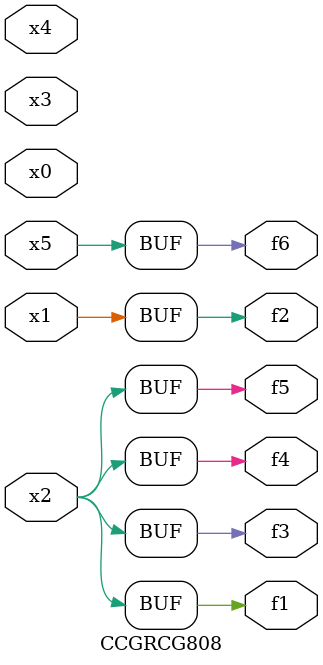
<source format=v>
module CCGRCG808(
	input x0, x1, x2, x3, x4, x5,
	output f1, f2, f3, f4, f5, f6
);
	assign f1 = x2;
	assign f2 = x1;
	assign f3 = x2;
	assign f4 = x2;
	assign f5 = x2;
	assign f6 = x5;
endmodule

</source>
